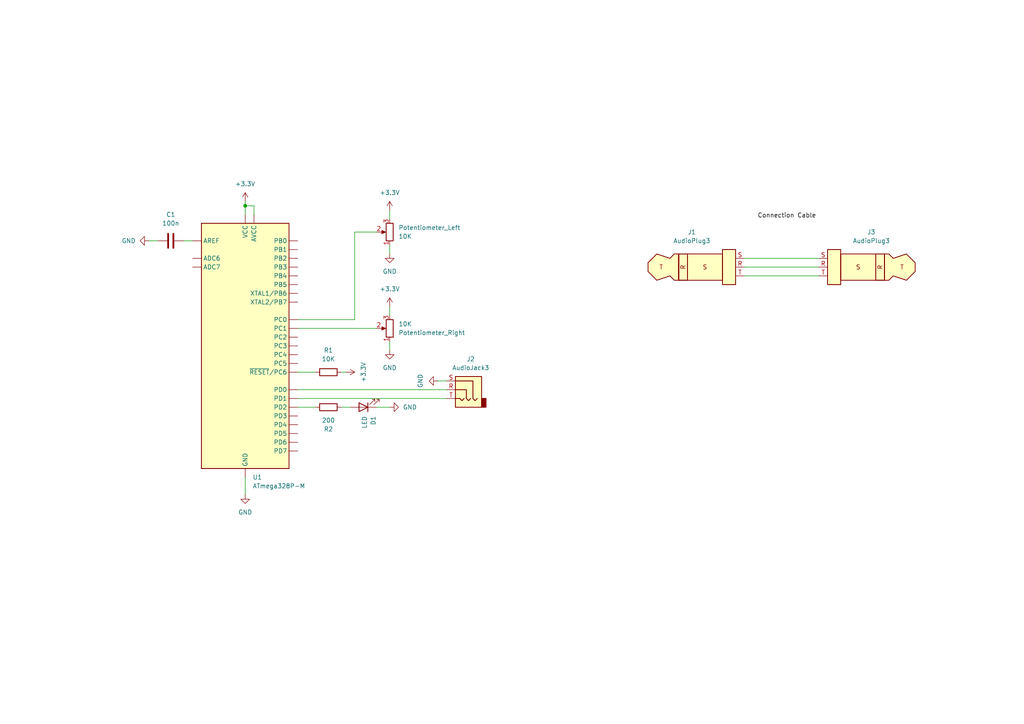
<source format=kicad_sch>
(kicad_sch (version 20250114) (generator "eeschema") (generator_version "9.0")
  (paper "A4")
  (lib_symbols
    (symbol "Connector_Audio:AudioJack3"
      (property "Reference" "J" (at 0 8.89 0))
      (property "Value" "AudioJack3" (at 0 6.35 0))
      (symbol "AudioJack3_0_1"
        (rectangle (start -5.08 -5.08) (end -6.35 -2.54) (stroke (width 0.254)) (fill (type outline)))
        (polyline (pts (xy -1.905 -2.54) (xy -1.27 -3.175) (xy -0.635 -2.54) (xy -0.635 0) (xy 2.54 0)) (stroke (width 0.254)))
        (polyline (pts (xy 0 -2.54) (xy 0.635 -3.175) (xy 1.27 -2.54) (xy 2.54 -2.54)) (stroke (width 0.254)))
        (rectangle (start 2.54 3.81) (end -5.08 -5.08) (stroke (width 0.254)) (fill (type background)))
        (polyline (pts (xy 2.54 2.54) (xy -2.54 2.54) (xy -2.54 -2.54) (xy -3.175 -3.175) (xy -3.81 -2.54)) (stroke (width 0.254)))
      )
      (symbol "AudioJack3_1_1"
        (pin passive line (at 5.08 2.54 180) (length 2.54) (name "~") (number "S"))
        (pin passive line (at 5.08 0 180) (length 2.54) (name "~") (number "R"))
        (pin passive line (at 5.08 -2.54 180) (length 2.54) (name "~") (number "T"))
      )
    )
    (symbol "Connector_Audio:AudioPlug3"
      (property "Reference" "J" (at 1.27 6.35 0))
      (property "Value" "AudioPlug3" (at 1.27 -6.35 0))
      (symbol "AudioPlug3_0_0"
        (text "R" (at -2.54 0 900) (effects (font (size 1.27 1.27))))
      )
      (symbol "AudioPlug3_0_1"
        (rectangle (start -3.81 3.81) (end -1.27 -3.81) (stroke (width 0.254)))
        (rectangle (start -1.27 -1.27) (end -1.27 -1.27))
      )
      (symbol "AudioPlug3_1_0"
        (text "T" (at -8.89 0 0) (effects (font (size 1.27 1.27))))
        (text "S" (at 3.81 0 0) (effects (font (size 1.27 1.27))))
      )
      (symbol "AudioPlug3_1_1"
        (rectangle (start -3.81 3.81) (end 8.89 -3.81) (stroke (width 0.254)) (fill (type background)))
        (polyline (pts (xy -3.81 3.81) (xy -5.08 3.81) (xy -6.35 2.54) (xy -10.16 3.81) (xy -12.7 1.27) (xy -12.7 -1.27) (xy -10.16 -3.81) (xy -6.35 -2.54) (xy -5.08 -3.81) (xy -3.81 -3.81) (xy -3.81 3.81)) (stroke (width 0.254)) (fill (type background)))
        (rectangle (start 12.7 5.08) (end 8.89 -5.08) (stroke (width 0.254)) (fill (type background)))
        (pin passive line (at 15.24 2.54 180) (length 2.54) (name "~") (number "S"))
        (pin passive line (at 15.24 0 180) (length 2.54) (name "~") (number "R"))
        (pin passive line (at 15.24 -2.54 180) (length 2.54) (name "~") (number "T"))
      )
    )
    (symbol "Device:C" (pin_numbers (hide yes)) (pin_names (offset 0.254))
      (property "Reference" "C" (at 0.635 2.54 0))
      (property "Value" "C" (at 0.635 -2.54 0))
      (symbol "C_0_1"
        (polyline (pts (xy -2.032 0.762) (xy 2.032 0.762)) (stroke (width 0.508)))
        (polyline (pts (xy -2.032 -0.762) (xy 2.032 -0.762)) (stroke (width 0.508)))
      )
      (symbol "C_1_1"
        (pin passive line (at 0 3.81 270) (length 2.794) (name "~") (number "1"))
        (pin passive line (at 0 -3.81 90) (length 2.794) (name "~") (number "2"))
      )
    )
    (symbol "Device:LED" (pin_numbers (hide yes)) (pin_names (offset 1.016) (hide yes))
      (property "Reference" "D" (at 0 2.54 0))
      (property "Value" "LED" (at 0 -2.54 0))
      (symbol "LED_0_1"
        (polyline (pts (xy -3.048 -0.762) (xy -4.572 -2.286) (xy -3.81 -2.286) (xy -4.572 -2.286) (xy -4.572 -1.524)))
        (polyline (pts (xy -1.778 -0.762) (xy -3.302 -2.286) (xy -2.54 -2.286) (xy -3.302 -2.286) (xy -3.302 -1.524)))
        (polyline (pts (xy -1.27 0) (xy 1.27 0)))
        (polyline (pts (xy -1.27 -1.27) (xy -1.27 1.27)) (stroke (width 0.254)))
        (polyline (pts (xy 1.27 -1.27) (xy 1.27 1.27) (xy -1.27 0) (xy 1.27 -1.27)) (stroke (width 0.254)))
      )
      (symbol "LED_1_1"
        (pin passive line (at -3.81 0 0) (length 2.54) (name "K") (number "1"))
        (pin passive line (at 3.81 0 180) (length 2.54) (name "A") (number "2"))
      )
    )
    (symbol "Device:R" (pin_numbers (hide yes)) (pin_names (offset 0))
      (property "Reference" "R" (at 2.032 0 90))
      (property "Value" "R" (at 0 0 90))
      (symbol "R_0_1"
        (rectangle (start -1.016 -2.54) (end 1.016 2.54) (stroke (width 0.254)))
      )
      (symbol "R_1_1"
        (pin passive line (at 0 3.81 270) (length 1.27) (name "~") (number "1"))
        (pin passive line (at 0 -3.81 90) (length 1.27) (name "~") (number "2"))
      )
    )
    (symbol "Device:R_Potentiometer" (pin_names (offset 1.016) (hide yes))
      (property "Reference" "RV" (at -4.445 0 90))
      (property "Value" "R_Potentiometer" (at -2.54 0 90))
      (symbol "R_Potentiometer_0_1"
        (rectangle (start 1.016 2.54) (end -1.016 -2.54) (stroke (width 0.254)))
        (polyline (pts (xy 1.143 0) (xy 2.286 0.508) (xy 2.286 -0.508) (xy 1.143 0)) (fill (type outline)))
        (polyline (pts (xy 2.54 0) (xy 1.524 0)))
      )
      (symbol "R_Potentiometer_1_1"
        (pin passive line (at 0 3.81 270) (length 1.27) (name "1") (number "1"))
        (pin passive line (at 0 -3.81 90) (length 1.27) (name "3") (number "3"))
        (pin passive line (at 3.81 0 180) (length 1.27) (name "2") (number "2"))
      )
    )
    (symbol "MCU_Microchip_ATmega:ATmega328P-M" (pin_numbers (hide yes))
      (property "Reference" "U" (at -12.7 36.83 0))
      (property "Value" "ATmega328P-M" (at 2.54 -36.83 0))
      (symbol "ATmega328P-M_0_1"
        (rectangle (start -12.7 -35.56) (end 12.7 35.56) (stroke (width 0.254)) (fill (type background)))
      )
      (symbol "ATmega328P-M_1_1"
        (pin passive line (at -15.24 30.48 0) (length 2.54) (name "AREF") (number "20"))
        (pin input line (at -15.24 25.4 0) (length 2.54) (name "ADC6") (number "19"))
        (pin input line (at -15.24 22.86 0) (length 2.54) (name "ADC7") (number "22"))
        (pin power_in line (at 0 38.1 270) (length 2.54) (name "VCC") (number "4"))
        (pin passive line (at 0 38.1 270) (length 2.54) (hide yes) (name "VCC") (number "6"))
        (pin passive line (at 0 -38.1 90) (length 2.54) (hide yes) (name "GND") (number "21"))
        (pin power_in line (at 0 -38.1 90) (length 2.54) (name "GND") (number "3"))
        (pin passive line (at 0 -38.1 90) (length 2.54) (hide yes) (name "GND") (number "33"))
        (pin passive line (at 0 -38.1 90) (length 2.54) (hide yes) (name "GND") (number "5"))
        (pin power_in line (at 2.54 38.1 270) (length 2.54) (name "AVCC") (number "18"))
        (pin bidirectional line (at 15.24 30.48 180) (length 2.54) (name "PB0") (number "12"))
        (pin bidirectional line (at 15.24 27.94 180) (length 2.54) (name "PB1") (number "13"))
        (pin bidirectional line (at 15.24 25.4 180) (length 2.54) (name "PB2") (number "14"))
        (pin bidirectional line (at 15.24 22.86 180) (length 2.54) (name "PB3") (number "15"))
        (pin bidirectional line (at 15.24 20.32 180) (length 2.54) (name "PB4") (number "16"))
        (pin bidirectional line (at 15.24 17.78 180) (length 2.54) (name "PB5") (number "17"))
        (pin bidirectional line (at 15.24 15.24 180) (length 2.54) (name "XTAL1/PB6") (number "7"))
        (pin bidirectional line (at 15.24 12.7 180) (length 2.54) (name "XTAL2/PB7") (number "8"))
        (pin bidirectional line (at 15.24 7.62 180) (length 2.54) (name "PC0") (number "23"))
        (pin bidirectional line (at 15.24 5.08 180) (length 2.54) (name "PC1") (number "24"))
        (pin bidirectional line (at 15.24 2.54 180) (length 2.54) (name "PC2") (number "25"))
        (pin bidirectional line (at 15.24 0 180) (length 2.54) (name "PC3") (number "26"))
        (pin bidirectional line (at 15.24 -2.54 180) (length 2.54) (name "PC4") (number "27"))
        (pin bidirectional line (at 15.24 -5.08 180) (length 2.54) (name "PC5") (number "28"))
        (pin bidirectional line (at 15.24 -7.62 180) (length 2.54) (name "~{RESET}/PC6") (number "29"))
        (pin bidirectional line (at 15.24 -12.7 180) (length 2.54) (name "PD0") (number "30"))
        (pin bidirectional line (at 15.24 -15.24 180) (length 2.54) (name "PD1") (number "31"))
        (pin bidirectional line (at 15.24 -17.78 180) (length 2.54) (name "PD2") (number "32"))
        (pin bidirectional line (at 15.24 -20.32 180) (length 2.54) (name "PD3") (number "1"))
        (pin bidirectional line (at 15.24 -22.86 180) (length 2.54) (name "PD4") (number "2"))
        (pin bidirectional line (at 15.24 -25.4 180) (length 2.54) (name "PD5") (number "9"))
        (pin bidirectional line (at 15.24 -27.94 180) (length 2.54) (name "PD6") (number "10"))
        (pin bidirectional line (at 15.24 -30.48 180) (length 2.54) (name "PD7") (number "11"))
      )
    )
    (symbol "power:+3.3V" (power) (pin_numbers (hide yes)) (pin_names (offset 0) (hide yes))
      (property "Value" "+3.3V" (at 0 3.556 0))
      (symbol "+3.3V_0_1"
        (polyline (pts (xy -0.762 1.27) (xy 0 2.54)))
        (polyline (pts (xy 0 2.54) (xy 0.762 1.27)))
        (polyline (pts (xy 0 0) (xy 0 2.54)))
      )
      (symbol "+3.3V_1_1"
        (pin power_in line (at 0 0 90) (length 0) (name "~") (number "1"))
      )
    )
    (symbol "power:GND" (power) (pin_numbers (hide yes)) (pin_names (offset 0) (hide yes))
      (property "Value" "GND" (at 0 -3.81 0))
      (symbol "GND_0_1"
        (polyline (pts (xy 0 0) (xy 0 -1.27) (xy 1.27 -1.27) (xy 0 -2.54) (xy -1.27 -1.27) (xy 0 -1.27)))
      )
      (symbol "GND_1_1"
        (pin power_in line (at 0 0 270) (length 0) (name "~") (number "1"))
      )
    )
  )
  (junction (at 71.12 59.69))
  (wire (pts (xy 86.36 107.95) (xy 91.44 107.95)))
  (wire (pts (xy 86.36 95.25) (xy 109.22 95.25)))
  (wire (pts (xy 215.9 74.93) (xy 237.49 74.93)))
  (wire (pts (xy 73.66 62.23) (xy 73.66 59.69)))
  (wire (pts (xy 129.54 110.49) (xy 127 110.49)))
  (wire (pts (xy 215.9 80.01) (xy 237.49 80.01)))
  (wire (pts (xy 102.87 67.31) (xy 102.87 92.71)))
  (wire (pts (xy 99.06 107.95) (xy 100.33 107.95)))
  (wire (pts (xy 113.03 73.66) (xy 113.03 71.12)))
  (wire (pts (xy 45.72 69.85) (xy 43.18 69.85)))
  (wire (pts (xy 53.34 69.85) (xy 55.88 69.85)))
  (wire (pts (xy 113.03 60.96) (xy 113.03 63.5)))
  (wire (pts (xy 86.36 118.11) (xy 91.44 118.11)))
  (wire (pts (xy 215.9 77.47) (xy 237.49 77.47)))
  (wire (pts (xy 102.87 67.31) (xy 109.22 67.31)))
  (wire (pts (xy 102.87 92.71) (xy 86.36 92.71)))
  (wire (pts (xy 71.12 58.42) (xy 71.12 59.69)))
  (wire (pts (xy 113.03 88.9) (xy 113.03 91.44)))
  (wire (pts (xy 99.06 118.11) (xy 101.6 118.11)))
  (wire (pts (xy 109.22 118.11) (xy 113.03 118.11)))
  (wire (pts (xy 86.36 113.03) (xy 129.54 113.03)))
  (wire (pts (xy 71.12 138.43) (xy 71.12 143.51)))
  (wire (pts (xy 113.03 99.06) (xy 113.03 101.6)))
  (wire (pts (xy 73.66 59.69) (xy 71.12 59.69)))
  (wire (pts (xy 71.12 59.69) (xy 71.12 62.23)))
  (wire (pts (xy 86.36 115.57) (xy 129.54 115.57)))
  (label "Connection Cable" (at 219.71 63.5 0))
  (symbol (lib_id "power:GND") (at 71.12 143.51 0) (unit 1)
    (property "Reference" "#PWR05" (effects (hide yes)))
    (property "Value" "GND" (at 71.12 148.59 0))
    (property "Description" "Power symbol creates a global label with name \"GND\" , ground" (effects (hide yes)))
  )
  (symbol (lib_id "power:GND") (at 43.18 69.85 270) (unit 1)
    (property "Reference" "#PWR04" (effects (hide yes)))
    (property "Value" "GND" (at 39.37 69.8499 90) (effects (justify right)))
    (property "Description" "Power symbol creates a global label with name \"GND\" , ground" (effects (hide yes)))
  )
  (symbol (lib_id "Connector_Audio:AudioPlug3") (at 200.66 77.47 0) (unit 1)
    (property "Reference" "J1" (at 200.66 67.31 0))
    (property "Value" "AudioPlug3" (at 200.66 69.85 0))
    (property "Description" "Audio Jack, 3 Poles (Stereo / TRS)" (effects (hide yes)))
  )
  (symbol (lib_id "Connector_Audio:AudioJack3") (at 134.62 113.03 0) (mirror y) (unit 1)
    (property "Reference" "J2" (at 136.525 104.14 0))
    (property "Value" "AudioJack3" (at 136.525 106.68 0))
    (property "Description" "Audio Jack, 3 Poles (Stereo / TRS)" (effects (hide yes)))
  )
  (symbol (lib_id "Device:LED") (at 105.41 118.11 180) (unit 1)
    (property "Reference" "D1" (at 108.2676 120.65 90) (effects (justify left)))
    (property "Value" "LED" (at 105.7276 120.65 90) (effects (justify left)))
    (property "Description" "Light emitting diode" (effects (hide yes)))
    (property "Sim.Pins" "1=K 2=A" (effects (hide yes)))
  )
  (symbol (lib_id "Device:R") (at 95.25 118.11 90) (mirror x) (unit 1)
    (property "Reference" "R2" (at 95.25 124.46 90))
    (property "Value" "200" (at 95.25 121.92 90))
    (property "Description" "Resistor" (effects (hide yes)))
  )
  (symbol (lib_id "power:GND") (at 113.03 73.66 0) (unit 1)
    (property "Reference" "#PWR09" (effects (hide yes)))
    (property "Value" "GND" (at 113.03 78.74 0))
    (property "Description" "Power symbol creates a global label with name \"GND\" , ground" (effects (hide yes)))
  )
  (symbol (lib_id "power:GND") (at 113.03 118.11 90) (unit 1)
    (property "Reference" "#PWR03" (effects (hide yes)))
    (property "Value" "GND" (at 116.84 118.1099 90) (effects (justify right)))
    (property "Description" "Power symbol creates a global label with name \"GND\" , ground" (effects (hide yes)))
  )
  (symbol (lib_id "power:GND") (at 113.03 101.6 0) (unit 1)
    (property "Reference" "#PWR02" (effects (hide yes)))
    (property "Value" "GND" (at 113.03 106.68 0))
    (property "Description" "Power symbol creates a global label with name \"GND\" , ground" (effects (hide yes)))
  )
  (symbol (lib_id "power:+3.3V") (at 100.33 107.95 270) (mirror x) (unit 1)
    (property "Reference" "#PWR07" (effects (hide yes)))
    (property "Value" "+3.3V" (at 105.41 107.95 0))
    (property "Description" "Power symbol creates a global label with name \"+3.3V\"" (effects (hide yes)))
  )
  (symbol (lib_id "Device:R_Potentiometer") (at 113.03 67.31 180) (unit 1)
    (property "Reference" "Potentiometer_Left" (at 115.57 66.0399 0) (effects (justify right)))
    (property "Value" "10K" (at 115.57 68.5799 0) (effects (justify right)))
    (property "Description" "Potentiometer" (effects (hide yes)))
  )
  (symbol (lib_id "power:+3.3V") (at 113.03 60.96 0) (unit 1)
    (property "Reference" "#PWR010" (effects (hide yes)))
    (property "Value" "+3.3V" (at 113.03 55.88 0))
    (property "Description" "Power symbol creates a global label with name \"+3.3V\"" (effects (hide yes)))
  )
  (symbol (lib_id "power:+3.3V") (at 71.12 58.42 0) (unit 1)
    (property "Reference" "#PWR06" (effects (hide yes)))
    (property "Value" "+3.3V" (at 71.12 53.34 0))
    (property "Description" "Power symbol creates a global label with name \"+3.3V\"" (effects (hide yes)))
  )
  (symbol (lib_id "Connector_Audio:AudioPlug3") (at 252.73 77.47 0) (mirror y) (unit 1)
    (property "Reference" "J3" (at 252.73 67.31 0))
    (property "Value" "AudioPlug3" (at 252.73 69.85 0))
    (property "Description" "Audio Jack, 3 Poles (Stereo / TRS)" (effects (hide yes)))
  )
  (symbol (lib_id "power:GND") (at 127 110.49 270) (mirror x) (unit 1)
    (property "Reference" "#PWR011" (effects (hide yes)))
    (property "Value" "GND" (at 121.92 110.49 0))
    (property "Description" "Power symbol creates a global label with name \"GND\" , ground" (effects (hide yes)))
  )
  (symbol (lib_id "MCU_Microchip_ATmega:ATmega328P-M") (at 71.12 100.33 0) (unit 1)
    (property "Reference" "U1" (at 73.2633 138.43 0) (effects (justify left)))
    (property "Value" "ATmega328P-M" (at 73.2633 140.97 0) (effects (justify left)))
    (property "Footprint" "Package_DFN_QFN:QFN-32-1EP_5x5mm_P0.5mm_EP3.1x3.1mm" (effects (hide yes)))
    (property "Datasheet" "http://ww1.microchip.com/downloads/en/DeviceDoc/ATmega328_P%20AVR%20MCU%20with%20picoPower%20Technology%20Data%20Sheet%2040001984A.pdf" (effects (hide yes)))
    (property "Description" "20MHz, 32kB Flash, 2kB SRAM, 1kB EEPROM, QFN-32" (effects (hide yes)))
  )
  (symbol (lib_id "Device:C") (at 49.53 69.85 270) (unit 1)
    (property "Reference" "C1" (at 49.53 62.23 90))
    (property "Value" "100n" (at 49.53 64.77 90))
    (property "Description" "Unpolarized capacitor" (effects (hide yes)))
  )
  (symbol (lib_id "Device:R") (at 95.25 107.95 90) (unit 1)
    (property "Reference" "R1" (at 95.25 101.6 90))
    (property "Value" "10K" (at 95.25 104.14 90))
    (property "Description" "Resistor" (effects (hide yes)))
  )
  (symbol (lib_id "power:+3.3V") (at 113.03 88.9 0) (unit 1)
    (property "Reference" "#PWR08" (effects (hide yes)))
    (property "Value" "+3.3V" (at 113.03 83.82 0))
    (property "Description" "Power symbol creates a global label with name \"+3.3V\"" (effects (hide yes)))
  )
  (symbol (lib_id "Device:R_Potentiometer") (at 113.03 95.25 180) (unit 1)
    (property "Reference" "Potentiometer_Right" (at 115.57 96.5201 0) (effects (justify right)))
    (property "Value" "10K" (at 115.57 93.9801 0) (effects (justify right)))
    (property "Description" "Potentiometer" (effects (hide yes)))
  )
)
</source>
